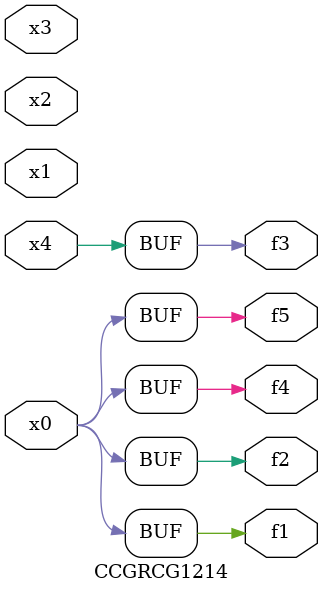
<source format=v>
module CCGRCG1214(
	input x0, x1, x2, x3, x4,
	output f1, f2, f3, f4, f5
);
	assign f1 = x0;
	assign f2 = x0;
	assign f3 = x4;
	assign f4 = x0;
	assign f5 = x0;
endmodule

</source>
